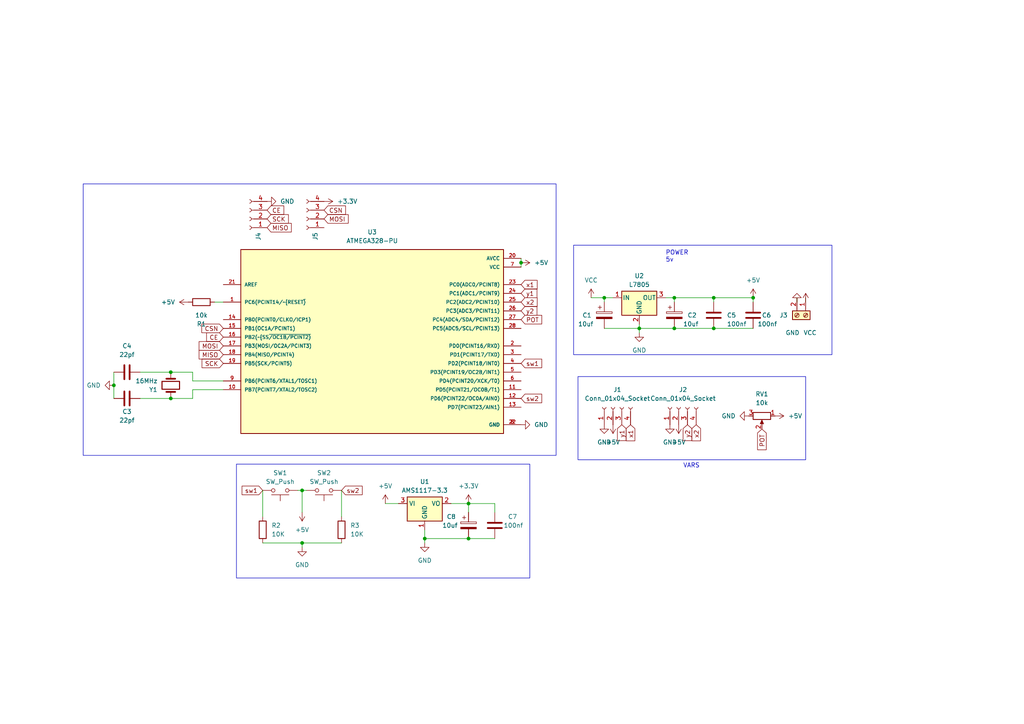
<source format=kicad_sch>
(kicad_sch (version 20230121) (generator eeschema)
  (paper "A4")
  (lib_symbols
    (symbol "ATMEGA328-PU:ATMEGA328-PU" (pin_names (offset 1.016))
      (property "Reference" "U" (at -38.1 26.289 0))
      (property "Value" "ATMEGA328-PU" (at -38.1 -30.48 0))
      (symbol "ATMEGA328-PU_0_0"
        (rectangle (start -38.1 -27.94) (end 38.1 25.4) (stroke (width 0.254)) (fill (type background)))
        (pin bidirectional line (at -43.18 10.16 0) (length 5.08) (name "PC6(PCINT14/~{RESET~{)}") (number "1"))
        (pin bidirectional line (at -43.18 -15.24 0) (length 5.08) (name "PB7(PCINT7/XTAL2/TOSC2)") (number "10"))
        (pin bidirectional line (at 43.18 -15.24 180) (length 5.08) (name "PD5(PCINT21/OC0B/T1)") (number "11"))
        (pin bidirectional line (at 43.18 -17.78 180) (length 5.08) (name "PD6(PCINT22/OC0A/AIN0)") (number "12"))
        (pin bidirectional line (at 43.18 -20.32 180) (length 5.08) (name "PD7(PCINT23/AIN1)") (number "13"))
        (pin bidirectional line (at -43.18 5.08 0) (length 5.08) (name "PB0(PCINT0/CLKO/ICP1)") (number "14"))
        (pin bidirectional line (at -43.18 2.54 0) (length 5.08) (name "PB1(OC1A/PCINT1)") (number "15"))
        (pin bidirectional line (at -43.18 0 0) (length 5.08) (name "PB2(~{SS~{/OC1B/PCINT2)}") (number "16"))
        (pin bidirectional line (at -43.18 -2.54 0) (length 5.08) (name "PB3(MOSI/OC2A/PCINT3)") (number "17"))
        (pin bidirectional line (at -43.18 -5.08 0) (length 5.08) (name "PB4(MISO/PCINT4)") (number "18"))
        (pin bidirectional line (at -43.18 -7.62 0) (length 5.08) (name "PB5(SCK/PCINT5)") (number "19"))
        (pin bidirectional line (at 43.18 -2.54 180) (length 5.08) (name "PD0(PCINT16/RXD)") (number "2"))
        (pin power_in line (at 43.18 22.86 180) (length 5.08) (name "AVCC") (number "20"))
        (pin input line (at -43.18 15.24 0) (length 5.08) (name "AREF") (number "21"))
        (pin power_in line (at 43.18 -25.4 180) (length 5.08) (name "GND") (number "22"))
        (pin bidirectional line (at 43.18 15.24 180) (length 5.08) (name "PC0(ADC0/PCINT8)") (number "23"))
        (pin bidirectional line (at 43.18 12.7 180) (length 5.08) (name "PC1(ADC1/PCINT9)") (number "24"))
        (pin bidirectional line (at 43.18 10.16 180) (length 5.08) (name "PC2(ADC2/PCINT10)") (number "25"))
        (pin bidirectional line (at 43.18 7.62 180) (length 5.08) (name "PC3(ADC3/PCINT11)") (number "26"))
        (pin bidirectional line (at 43.18 5.08 180) (length 5.08) (name "PC4(ADC4/SDA/PCINT12)") (number "27"))
        (pin bidirectional line (at 43.18 2.54 180) (length 5.08) (name "PC5(ADC5/SCL/PCINT13)") (number "28"))
        (pin bidirectional line (at 43.18 -5.08 180) (length 5.08) (name "PD1(PCINT17/TXD)") (number "3"))
        (pin bidirectional line (at 43.18 -7.62 180) (length 5.08) (name "PD2(PCINT18/INT0)") (number "4"))
        (pin bidirectional line (at 43.18 -10.16 180) (length 5.08) (name "PD3(PCINT19/OC2B/INT1)") (number "5"))
        (pin bidirectional line (at 43.18 -12.7 180) (length 5.08) (name "PD4(PCINT20/XCK/T0)") (number "6"))
        (pin power_in line (at 43.18 20.32 180) (length 5.08) (name "VCC") (number "7"))
        (pin power_in line (at 43.18 -25.4 180) (length 5.08) (name "GND") (number "8"))
        (pin bidirectional line (at -43.18 -12.7 0) (length 5.08) (name "PB6(PCINT6/XTAL1/TOSC1)") (number "9"))
      )
    )
    (symbol "Connector:Conn_01x04_Socket" (pin_names (offset 1.016) hide)
      (property "Reference" "J" (at 0 5.08 0))
      (property "Value" "Conn_01x04_Socket" (at 0 -7.62 0))
      (symbol "Conn_01x04_Socket_1_1"
        (arc (start 0 -4.572) (mid -0.5058 -5.08) (end 0 -5.588) (stroke (width 0.1524)))
        (arc (start 0 -2.032) (mid -0.5058 -2.54) (end 0 -3.048) (stroke (width 0.1524)))
        (polyline (pts (xy -1.27 -5.08) (xy -0.508 -5.08)) (stroke (width 0.1524)))
        (polyline (pts (xy -1.27 -2.54) (xy -0.508 -2.54)) (stroke (width 0.1524)))
        (polyline (pts (xy -1.27 0) (xy -0.508 0)) (stroke (width 0.1524)))
        (polyline (pts (xy -1.27 2.54) (xy -0.508 2.54)) (stroke (width 0.1524)))
        (arc (start 0 0.508) (mid -0.5058 0) (end 0 -0.508) (stroke (width 0.1524)))
        (arc (start 0 3.048) (mid -0.5058 2.54) (end 0 2.032) (stroke (width 0.1524)))
        (pin passive line (at -5.08 2.54 0) (length 3.81) (name "Pin_1") (number "1"))
        (pin passive line (at -5.08 0 0) (length 3.81) (name "Pin_2") (number "2"))
        (pin passive line (at -5.08 -2.54 0) (length 3.81) (name "Pin_3") (number "3"))
        (pin passive line (at -5.08 -5.08 0) (length 3.81) (name "Pin_4") (number "4"))
      )
    )
    (symbol "Connector:Screw_Terminal_01x02" (pin_names (offset 1.016) hide)
      (property "Reference" "J" (at 0 2.54 0))
      (property "Value" "Screw_Terminal_01x02" (at 0 -5.08 0))
      (symbol "Screw_Terminal_01x02_1_1"
        (rectangle (start -1.27 1.27) (end 1.27 -3.81) (stroke (width 0.254)) (fill (type background)))
        (circle (center 0 -2.54) (radius 0.635) (stroke (width 0.1524)))
        (polyline (pts (xy -0.5334 -2.2098) (xy 0.3302 -3.048)) (stroke (width 0.1524)))
        (polyline (pts (xy -0.5334 0.3302) (xy 0.3302 -0.508)) (stroke (width 0.1524)))
        (polyline (pts (xy -0.3556 -2.032) (xy 0.508 -2.8702)) (stroke (width 0.1524)))
        (polyline (pts (xy -0.3556 0.508) (xy 0.508 -0.3302)) (stroke (width 0.1524)))
        (circle (center 0 0) (radius 0.635) (stroke (width 0.1524)))
        (pin passive line (at -5.08 0 0) (length 3.81) (name "Pin_1") (number "1"))
        (pin passive line (at -5.08 -2.54 0) (length 3.81) (name "Pin_2") (number "2"))
      )
    )
    (symbol "Device:C" (pin_numbers hide) (pin_names (offset 0.254))
      (property "Reference" "C" (at 0.635 2.54 0))
      (property "Value" "C" (at 0.635 -2.54 0))
      (symbol "C_0_1"
        (polyline (pts (xy -2.032 -0.762) (xy 2.032 -0.762)) (stroke (width 0.508)))
        (polyline (pts (xy -2.032 0.762) (xy 2.032 0.762)) (stroke (width 0.508)))
      )
      (symbol "C_1_1"
        (pin passive line (at 0 3.81 270) (length 2.794) (name "~") (number "1"))
        (pin passive line (at 0 -3.81 90) (length 2.794) (name "~") (number "2"))
      )
    )
    (symbol "Device:C_Polarized" (pin_numbers hide) (pin_names (offset 0.254))
      (property "Reference" "C" (at 0.635 2.54 0))
      (property "Value" "C_Polarized" (at 0.635 -2.54 0))
      (symbol "C_Polarized_0_1"
        (rectangle (start -2.286 0.508) (end 2.286 1.016))
        (polyline (pts (xy -1.778 2.286) (xy -0.762 2.286)))
        (polyline (pts (xy -1.27 2.794) (xy -1.27 1.778)))
        (rectangle (start 2.286 -0.508) (end -2.286 -1.016) (fill (type outline)))
      )
      (symbol "C_Polarized_1_1"
        (pin passive line (at 0 3.81 270) (length 2.794) (name "~") (number "1"))
        (pin passive line (at 0 -3.81 90) (length 2.794) (name "~") (number "2"))
      )
    )
    (symbol "Device:Crystal" (pin_numbers hide) (pin_names (offset 1.016) hide)
      (property "Reference" "Y" (at 0 3.81 0))
      (property "Value" "Crystal" (at 0 -3.81 0))
      (symbol "Crystal_0_1"
        (rectangle (start -1.143 2.54) (end 1.143 -2.54) (stroke (width 0.3048)))
        (polyline (pts (xy -2.54 0) (xy -1.905 0)))
        (polyline (pts (xy -1.905 -1.27) (xy -1.905 1.27)) (stroke (width 0.508)))
        (polyline (pts (xy 1.905 -1.27) (xy 1.905 1.27)) (stroke (width 0.508)))
        (polyline (pts (xy 2.54 0) (xy 1.905 0)))
      )
      (symbol "Crystal_1_1"
        (pin passive line (at -3.81 0 0) (length 1.27) (name "1") (number "1"))
        (pin passive line (at 3.81 0 180) (length 1.27) (name "2") (number "2"))
      )
    )
    (symbol "Device:R" (pin_numbers hide) (pin_names (offset 0))
      (property "Reference" "R" (at 2.032 0 90))
      (property "Value" "R" (at 0 0 90))
      (symbol "R_0_1"
        (rectangle (start -1.016 -2.54) (end 1.016 2.54) (stroke (width 0.254)))
      )
      (symbol "R_1_1"
        (pin passive line (at 0 3.81 270) (length 1.27) (name "~") (number "1"))
        (pin passive line (at 0 -3.81 90) (length 1.27) (name "~") (number "2"))
      )
    )
    (symbol "Device:R_Potentiometer" (pin_names (offset 1.016) hide)
      (property "Reference" "RV" (at -4.445 0 90))
      (property "Value" "R_Potentiometer" (at -2.54 0 90))
      (symbol "R_Potentiometer_0_1"
        (polyline (pts (xy 2.54 0) (xy 1.524 0)))
        (polyline (pts (xy 1.143 0) (xy 2.286 0.508) (xy 2.286 -0.508) (xy 1.143 0)) (fill (type outline)))
        (rectangle (start 1.016 2.54) (end -1.016 -2.54) (stroke (width 0.254)))
      )
      (symbol "R_Potentiometer_1_1"
        (pin passive line (at 0 3.81 270) (length 1.27) (name "1") (number "1"))
        (pin passive line (at 3.81 0 180) (length 1.27) (name "2") (number "2"))
        (pin passive line (at 0 -3.81 90) (length 1.27) (name "3") (number "3"))
      )
    )
    (symbol "Regulator_Linear:AMS1117-3.3"
      (property "Reference" "U" (at -3.81 3.175 0))
      (property "Value" "AMS1117-3.3" (at 0 3.175 0))
      (symbol "AMS1117-3.3_0_1"
        (rectangle (start -5.08 -5.08) (end 5.08 1.905) (stroke (width 0.254)) (fill (type background)))
      )
      (symbol "AMS1117-3.3_1_1"
        (pin power_in line (at 0 -7.62 90) (length 2.54) (name "GND") (number "1"))
        (pin power_out line (at 7.62 0 180) (length 2.54) (name "VO") (number "2"))
        (pin power_in line (at -7.62 0 0) (length 2.54) (name "VI") (number "3"))
      )
    )
    (symbol "Regulator_Linear:L7805" (pin_names (offset 0.254))
      (property "Reference" "U" (at -3.81 3.175 0))
      (property "Value" "L7805" (at 0 3.175 0))
      (symbol "L7805_0_1"
        (rectangle (start -5.08 1.905) (end 5.08 -5.08) (stroke (width 0.254)) (fill (type background)))
      )
      (symbol "L7805_1_1"
        (pin power_in line (at -7.62 0 0) (length 2.54) (name "IN") (number "1"))
        (pin power_in line (at 0 -7.62 90) (length 2.54) (name "GND") (number "2"))
        (pin power_out line (at 7.62 0 180) (length 2.54) (name "OUT") (number "3"))
      )
    )
    (symbol "Switch:SW_Push" (pin_numbers hide) (pin_names (offset 1.016) hide)
      (property "Reference" "SW" (at 1.27 2.54 0))
      (property "Value" "SW_Push" (at 0 -1.524 0))
      (symbol "SW_Push_0_1"
        (circle (center -2.032 0) (radius 0.508))
        (polyline (pts (xy 0 1.27) (xy 0 3.048)))
        (polyline (pts (xy 2.54 1.27) (xy -2.54 1.27)))
        (circle (center 2.032 0) (radius 0.508))
        (pin passive line (at -5.08 0 0) (length 2.54) (name "1") (number "1"))
        (pin passive line (at 5.08 0 180) (length 2.54) (name "2") (number "2"))
      )
    )
    (symbol "power:+3.3V" (power) (pin_names (offset 0))
      (property "Value" "+3.3V" (at 0 3.556 0))
      (symbol "+3.3V_0_1"
        (polyline (pts (xy -0.762 1.27) (xy 0 2.54)))
        (polyline (pts (xy 0 0) (xy 0 2.54)))
        (polyline (pts (xy 0 2.54) (xy 0.762 1.27)))
      )
      (symbol "+3.3V_1_1"
        (pin power_in line (at 0 0 90) (length 0) hide (name "+3.3V") (number "1"))
      )
    )
    (symbol "power:+5V" (power) (pin_names (offset 0))
      (property "Value" "+5V" (at 0 3.556 0))
      (symbol "+5V_0_1"
        (polyline (pts (xy -0.762 1.27) (xy 0 2.54)))
        (polyline (pts (xy 0 0) (xy 0 2.54)))
        (polyline (pts (xy 0 2.54) (xy 0.762 1.27)))
      )
      (symbol "+5V_1_1"
        (pin power_in line (at 0 0 90) (length 0) hide (name "+5V") (number "1"))
      )
    )
    (symbol "power:GND" (power) (pin_names (offset 0))
      (property "Value" "GND" (at 0 -3.81 0))
      (symbol "GND_0_1"
        (polyline (pts (xy 0 0) (xy 0 -1.27) (xy 1.27 -1.27) (xy 0 -2.54) (xy -1.27 -1.27) (xy 0 -1.27)))
      )
      (symbol "GND_1_1"
        (pin power_in line (at 0 0 270) (length 0) hide (name "GND") (number "1"))
      )
    )
    (symbol "power:VCC" (power) (pin_names (offset 0))
      (property "Value" "VCC" (at 0 3.81 0))
      (symbol "VCC_0_1"
        (polyline (pts (xy -0.762 1.27) (xy 0 2.54)))
        (polyline (pts (xy 0 0) (xy 0 2.54)))
        (polyline (pts (xy 0 2.54) (xy 0.762 1.27)))
      )
      (symbol "VCC_1_1"
        (pin power_in line (at 0 0 90) (length 0) hide (name "VCC") (number "1"))
      )
    )
  )
  (junction (at 49.53 107.95))
  (junction (at 151.13 76.2))
  (junction (at 218.44 86.36))
  (junction (at 87.63 142.24))
  (junction (at 175.26 86.36))
  (junction (at 195.58 95.25))
  (junction (at 87.63 157.48))
  (junction (at 135.89 156.21))
  (junction (at 207.01 95.25))
  (junction (at 135.89 146.05))
  (junction (at 207.01 86.36))
  (junction (at 33.02 111.76))
  (junction (at 195.58 86.36))
  (junction (at 185.42 95.25))
  (junction (at 49.53 115.57))
  (junction (at 123.19 156.21))
  (wire (pts (xy 111.76 146.05) (xy 115.57 146.05)))
  (wire (pts (xy 87.63 142.24) (xy 87.63 148.59)))
  (wire (pts (xy 218.44 86.36) (xy 218.44 87.63)))
  (wire (pts (xy 185.42 95.25) (xy 195.58 95.25)))
  (wire (pts (xy 185.42 93.98) (xy 185.42 95.25)))
  (wire (pts (xy 195.58 86.36) (xy 195.58 87.63)))
  (wire (pts (xy 99.06 142.24) (xy 99.06 149.86)))
  (wire (pts (xy 130.81 146.05) (xy 135.89 146.05)))
  (wire (pts (xy 64.77 87.63) (xy 62.23 87.63)))
  (wire (pts (xy 123.19 156.21) (xy 123.19 157.48)))
  (wire (pts (xy 86.36 142.24) (xy 87.63 142.24)))
  (wire (pts (xy 64.77 113.03) (xy 55.88 113.03)))
  (wire (pts (xy 64.77 110.49) (xy 55.88 110.49)))
  (wire (pts (xy 207.01 86.36) (xy 218.44 86.36)))
  (wire (pts (xy 76.2 142.24) (xy 76.2 149.86)))
  (wire (pts (xy 135.89 146.05) (xy 143.51 146.05)))
  (wire (pts (xy 193.04 86.36) (xy 195.58 86.36)))
  (wire (pts (xy 195.58 86.36) (xy 207.01 86.36)))
  (wire (pts (xy 207.01 95.25) (xy 218.44 95.25)))
  (wire (pts (xy 55.88 110.49) (xy 55.88 107.95)))
  (wire (pts (xy 177.8 86.36) (xy 175.26 86.36)))
  (wire (pts (xy 33.02 111.76) (xy 33.02 107.95)))
  (wire (pts (xy 76.2 157.48) (xy 87.63 157.48)))
  (wire (pts (xy 185.42 95.25) (xy 185.42 96.52)))
  (wire (pts (xy 49.53 115.57) (xy 40.64 115.57)))
  (wire (pts (xy 123.19 153.67) (xy 123.19 156.21)))
  (wire (pts (xy 143.51 146.05) (xy 143.51 148.59)))
  (wire (pts (xy 87.63 157.48) (xy 99.06 157.48)))
  (wire (pts (xy 175.26 95.25) (xy 185.42 95.25)))
  (wire (pts (xy 33.02 115.57) (xy 33.02 111.76)))
  (wire (pts (xy 123.19 156.21) (xy 135.89 156.21)))
  (wire (pts (xy 175.26 86.36) (xy 175.26 87.63)))
  (wire (pts (xy 135.89 156.21) (xy 143.51 156.21)))
  (wire (pts (xy 233.68 86.36) (xy 233.68 87.63)))
  (wire (pts (xy 151.13 76.2) (xy 151.13 77.47)))
  (wire (pts (xy 55.88 115.57) (xy 49.53 115.57)))
  (wire (pts (xy 55.88 113.03) (xy 55.88 115.57)))
  (wire (pts (xy 87.63 142.24) (xy 88.9 142.24)))
  (wire (pts (xy 87.63 157.48) (xy 87.63 158.75)))
  (wire (pts (xy 207.01 86.36) (xy 207.01 87.63)))
  (wire (pts (xy 135.89 146.05) (xy 135.89 148.59)))
  (wire (pts (xy 151.13 74.93) (xy 151.13 76.2)))
  (wire (pts (xy 171.45 86.36) (xy 175.26 86.36)))
  (wire (pts (xy 55.88 107.95) (xy 49.53 107.95)))
  (wire (pts (xy 195.58 95.25) (xy 207.01 95.25)))
  (wire (pts (xy 49.53 107.95) (xy 40.64 107.95)))
  (wire (pts (xy 231.14 86.36) (xy 231.14 87.63)))
  (rectangle (start 167.64 109.22) (end 233.68 133.35))
  (rectangle (start 68.58 134.62) (end 153.67 167.64))
  (rectangle (start 24.13 53.34) (end 161.29 132.08))
  (rectangle (start 166.37 71.12) (end 241.3 102.87))
  (text "VARS\n" (at 198.12 135.89 0) (effects (font (size 1.27 1.27)) (justify left bottom)))
  (text "POWER\n5v\n" (at 193.04 76.2 0) (effects (font (size 1.27 1.27)) (justify left bottom)))
  (global_label "sw1" (shape input) (at 76.2 142.24 180) (property "Intersheetrefs" "${INTERSHEET_REFS}" (effects hide)))
  (global_label "x2" (shape input) (at 151.13 87.63 0) (property "Intersheetrefs" "${INTERSHEET_REFS}" (effects hide)))
  (global_label "SCK" (shape input) (at 64.77 105.41 180) (property "Intersheetrefs" "${INTERSHEET_REFS}" (effects hide)))
  (global_label "CE" (shape input) (at 64.77 97.79 180) (property "Intersheetrefs" "${INTERSHEET_REFS}" (effects hide)))
  (global_label "y1" (shape input) (at 180.34 123.19 270) (property "Intersheetrefs" "${INTERSHEET_REFS}" (effects hide)))
  (global_label "x1" (shape input) (at 151.13 82.55 0) (property "Intersheetrefs" "${INTERSHEET_REFS}" (effects hide)))
  (global_label "SCK" (shape input) (at 77.47 63.5 0) (property "Intersheetrefs" "${INTERSHEET_REFS}" (effects hide)))
  (global_label "MOSI" (shape input) (at 64.77 100.33 180) (property "Intersheetrefs" "${INTERSHEET_REFS}" (effects hide)))
  (global_label "x1" (shape input) (at 182.88 123.19 270) (property "Intersheetrefs" "${INTERSHEET_REFS}" (effects hide)))
  (global_label "CSN" (shape input) (at 64.77 95.25 180) (property "Intersheetrefs" "${INTERSHEET_REFS}" (effects hide)))
  (global_label "MISO" (shape input) (at 77.47 66.04 0) (property "Intersheetrefs" "${INTERSHEET_REFS}" (effects hide)))
  (global_label "sw2" (shape input) (at 151.13 115.57 0) (property "Intersheetrefs" "${INTERSHEET_REFS}" (effects hide)))
  (global_label "x2" (shape input) (at 201.93 123.19 270) (property "Intersheetrefs" "${INTERSHEET_REFS}" (effects hide)))
  (global_label "y2" (shape input) (at 199.39 123.19 270) (property "Intersheetrefs" "${INTERSHEET_REFS}" (effects hide)))
  (global_label "CSN" (shape input) (at 93.98 60.96 0) (property "Intersheetrefs" "${INTERSHEET_REFS}" (effects hide)))
  (global_label "sw1" (shape input) (at 151.13 105.41 0) (property "Intersheetrefs" "${INTERSHEET_REFS}" (effects hide)))
  (global_label "POT" (shape input) (at 220.98 124.46 270) (property "Intersheetrefs" "${INTERSHEET_REFS}" (effects hide)))
  (global_label "POT" (shape input) (at 151.13 92.71 0) (property "Intersheetrefs" "${INTERSHEET_REFS}" (effects hide)))
  (global_label "MISO" (shape input) (at 64.77 102.87 180) (property "Intersheetrefs" "${INTERSHEET_REFS}" (effects hide)))
  (global_label "CE" (shape input) (at 77.47 60.96 0) (property "Intersheetrefs" "${INTERSHEET_REFS}" (effects hide)))
  (global_label "sw2" (shape input) (at 99.06 142.24 0) (property "Intersheetrefs" "${INTERSHEET_REFS}" (effects hide)))
  (global_label "MOSI" (shape input) (at 93.98 63.5 0) (property "Intersheetrefs" "${INTERSHEET_REFS}" (effects hide)))
  (global_label "y2" (shape input) (at 151.13 90.17 0) (property "Intersheetrefs" "${INTERSHEET_REFS}" (effects hide)))
  (global_label "y1" (shape input) (at 151.13 85.09 0) (property "Intersheetrefs" "${INTERSHEET_REFS}" (effects hide)))
  (symbol (lib_id "Connector:Conn_01x04_Socket") (at 196.85 118.11 90) (unit 1)
    (property "Reference" "J2" (at 198.12 113.03 90))
    (property "Value" "Conn_01x04_Socket" (at 198.12 115.57 90))
    (property "Footprint" "Connector_PinSocket_2.54mm:PinSocket_1x04_P2.54mm_Vertical" (effects hide))
  )
  (symbol (lib_id "power:+3.3V") (at 93.98 58.42 270) (unit 1)
    (property "Reference" "#PWR022" (effects hide))
    (property "Value" "+3.3V" (at 97.79 58.42 90) (effects (justify left)))
  )
  (symbol (lib_id "Device:R") (at 76.2 153.67 0) (unit 1)
    (property "Reference" "R2" (at 78.74 152.4 0) (effects (justify left)))
    (property "Value" "10K" (at 78.74 154.94 0) (effects (justify left)))
    (property "Footprint" "Resistor_THT:R_Axial_DIN0207_L6.3mm_D2.5mm_P10.16mm_Horizontal" (effects hide))
  )
  (symbol (lib_id "power:GND") (at 194.31 123.19 0) (unit 1)
    (property "Reference" "#PWR010" (effects hide))
    (property "Value" "GND" (at 194.31 128.27 0))
  )
  (symbol (lib_id "Device:C_Polarized") (at 195.58 91.44 0) (unit 1)
    (property "Reference" "C2" (at 199.39 91.44 0) (effects (justify left)))
    (property "Value" "10uf" (at 198.12 93.98 0) (effects (justify left)))
    (property "Footprint" "Capacitor_THT:C_Disc_D3.4mm_W2.1mm_P2.50mm" (effects hide))
  )
  (symbol (lib_id "Device:C") (at 36.83 115.57 90) (unit 1)
    (property "Reference" "C3" (at 36.83 119.38 90))
    (property "Value" "22pf" (at 36.83 121.92 90))
    (property "Footprint" "Capacitor_THT:C_Disc_D3.4mm_W2.1mm_P2.50mm" (effects hide))
  )
  (symbol (lib_id "Regulator_Linear:L7805") (at 185.42 86.36 0) (unit 1)
    (property "Reference" "U2" (at 185.42 80.01 0))
    (property "Value" "L7805" (at 185.42 82.55 0))
    (property "Footprint" "Converter_DCDC:Converter_DCDC_TRACO_TSR-1_THT" (effects hide))
    (property "Datasheet" "http://www.st.com/content/ccc/resource/technical/document/datasheet/41/4f/b3/b0/12/d4/47/88/CD00000444.pdf/files/CD00000444.pdf/jcr:content/translations/en.CD00000444.pdf" (effects hide))
  )
  (symbol (lib_id "power:+5V") (at 87.63 148.59 180) (unit 1)
    (property "Reference" "#PWR019" (effects hide))
    (property "Value" "+5V" (at 87.63 153.67 0))
  )
  (symbol (lib_id "power:+5V") (at 224.79 120.65 270) (unit 1)
    (property "Reference" "#PWR013" (effects hide))
    (property "Value" "+5V" (at 228.6 120.65 90) (effects (justify left)))
  )
  (symbol (lib_id "power:+5V") (at 218.44 86.36 0) (unit 1)
    (property "Reference" "#PWR03" (effects hide))
    (property "Value" "+5V" (at 218.44 81.28 0))
  )
  (symbol (lib_id "power:+5V") (at 196.85 123.19 180) (unit 1)
    (property "Reference" "#PWR011" (effects hide))
    (property "Value" "+5V" (at 196.85 128.27 0))
  )
  (symbol (lib_id "Connector:Screw_Terminal_01x02") (at 233.68 91.44 270) (unit 1)
    (property "Reference" "J3" (at 226.06 91.44 90) (effects (justify left)))
    (property "Value" "Screw_Terminal_01x02" (effects hide))
    (property "Footprint" "TerminalBlock:TerminalBlock_bornier-2_P5.08mm" (effects hide))
  )
  (symbol (lib_id "power:VCC") (at 171.45 86.36 0) (unit 1)
    (property "Reference" "#PWR02" (effects hide))
    (property "Value" "VCC" (at 171.45 81.28 0))
  )
  (symbol (lib_id "power:VCC") (at 233.68 87.63 0) (unit 1)
    (property "Reference" "#PWR016" (effects hide))
    (property "Value" "VCC" (at 234.95 96.52 0))
  )
  (symbol (lib_id "Device:R") (at 99.06 153.67 0) (unit 1)
    (property "Reference" "R3" (at 101.6 152.4 0) (effects (justify left)))
    (property "Value" "10K" (at 101.6 154.94 0) (effects (justify left)))
    (property "Footprint" "Resistor_THT:R_Axial_DIN0207_L6.3mm_D2.5mm_P10.16mm_Horizontal" (effects hide))
  )
  (symbol (lib_id "power:GND") (at 33.02 111.76 270) (unit 1)
    (property "Reference" "#PWR06" (effects hide))
    (property "Value" "GND" (at 29.21 111.76 90) (effects (justify right)))
  )
  (symbol (lib_id "Connector:Conn_01x04_Socket") (at 72.39 63.5 180) (unit 1)
    (property "Reference" "J4" (at 74.93 68.58 90))
    (property "Value" "Conn_01x04_Socket" (effects hide))
    (property "Footprint" "Connector_PinSocket_2.54mm:PinSocket_1x04_P2.54mm_Vertical" (effects hide))
  )
  (symbol (lib_id "Switch:SW_Push") (at 93.98 142.24 180) (unit 1)
    (property "Reference" "SW2" (at 93.98 137.16 0))
    (property "Value" "SW_Push" (at 93.98 139.7 0))
    (property "Footprint" "Button_Switch_THT:SW_PUSH-12mm" (effects hide))
  )
  (symbol (lib_id "power:GND") (at 217.17 120.65 270) (unit 1)
    (property "Reference" "#PWR012" (effects hide))
    (property "Value" "GND" (at 213.36 120.65 90) (effects (justify right)))
  )
  (symbol (lib_id "power:GND") (at 87.63 158.75 0) (unit 1)
    (property "Reference" "#PWR020" (effects hide))
    (property "Value" "GND" (at 87.63 163.83 0))
  )
  (symbol (lib_id "Device:C") (at 207.01 91.44 0) (unit 1)
    (property "Reference" "C5" (at 210.82 91.44 0) (effects (justify left)))
    (property "Value" "100nf" (at 210.82 93.98 0) (effects (justify left)))
    (property "Footprint" "Capacitor_THT:C_Disc_D3.4mm_W2.1mm_P2.50mm" (effects hide))
  )
  (symbol (lib_id "Regulator_Linear:AMS1117-3.3") (at 123.19 146.05 0) (unit 1)
    (property "Reference" "U1" (at 123.19 139.7 0))
    (property "Value" "AMS1117-3.3" (at 123.19 142.24 0))
    (property "Footprint" "Package_TO_SOT_SMD:SOT-223-3_TabPin2" (effects hide))
    (property "Datasheet" "http://www.advanced-monolithic.com/pdf/ds1117.pdf" (effects hide))
  )
  (symbol (lib_id "Connector:Conn_01x04_Socket") (at 88.9 63.5 180) (unit 1)
    (property "Reference" "J5" (at 91.44 68.58 90))
    (property "Value" "Conn_01x04_Socket" (effects hide))
    (property "Footprint" "Connector_PinSocket_2.54mm:PinSocket_1x04_P2.54mm_Vertical" (effects hide))
  )
  (symbol (lib_id "power:GND") (at 175.26 123.19 0) (unit 1)
    (property "Reference" "#PWR08" (effects hide))
    (property "Value" "GND" (at 175.26 128.27 0))
  )
  (symbol (lib_id "power:+5V") (at 177.8 123.19 180) (unit 1)
    (property "Reference" "#PWR09" (effects hide))
    (property "Value" "+5V" (at 177.8 128.27 0))
  )
  (symbol (lib_id "Device:Crystal") (at 49.53 111.76 270) (unit 1)
    (property "Reference" "Y1" (at 45.72 113.03 90) (effects (justify right)))
    (property "Value" "16MHz" (at 45.72 110.49 90) (effects (justify right)))
    (property "Footprint" "Crystal:Resonator-2Pin_W6.0mm_H3.0mm" (effects hide))
  )
  (symbol (lib_id "Device:R") (at 58.42 87.63 270) (unit 1)
    (property "Reference" "R1" (at 58.42 93.98 90))
    (property "Value" "10k" (at 58.42 91.44 90))
    (property "Footprint" "Resistor_THT:R_Axial_DIN0207_L6.3mm_D2.5mm_P10.16mm_Horizontal" (effects hide))
  )
  (symbol (lib_id "Device:C_Polarized") (at 135.89 152.4 0) (unit 1)
    (property "Reference" "C8" (at 129.54 149.86 0) (effects (justify left)))
    (property "Value" "10uf" (at 128.27 152.4 0) (effects (justify left)))
    (property "Footprint" "Capacitor_THT:C_Disc_D3.4mm_W2.1mm_P2.50mm" (effects hide))
  )
  (symbol (lib_id "power:GND") (at 231.14 87.63 180) (unit 1)
    (property "Reference" "#PWR017" (effects hide))
    (property "Value" "GND" (at 229.87 96.52 0))
  )
  (symbol (lib_id "Device:C") (at 218.44 91.44 0) (unit 1)
    (property "Reference" "C6" (at 220.98 91.44 0) (effects (justify left)))
    (property "Value" "100nf" (at 219.71 93.98 0) (effects (justify left)))
    (property "Footprint" "Capacitor_THT:C_Disc_D3.4mm_W2.1mm_P2.50mm" (effects hide))
  )
  (symbol (lib_id "power:+5V") (at 54.61 87.63 90) (unit 1)
    (property "Reference" "#PWR07" (effects hide))
    (property "Value" "+5V" (at 50.8 87.63 90) (effects (justify left)))
  )
  (symbol (lib_id "Device:R_Potentiometer") (at 220.98 120.65 270) (unit 1)
    (property "Reference" "RV1" (at 220.98 114.3 90))
    (property "Value" "10k" (at 220.98 116.84 90))
    (property "Footprint" "Potentiometer_THT:Potentiometer_Omeg_PC16BU_Vertical" (effects hide))
  )
  (symbol (lib_id "Device:C") (at 36.83 107.95 270) (unit 1)
    (property "Reference" "C4" (at 36.83 100.33 90))
    (property "Value" "22pf" (at 36.83 102.87 90))
    (property "Footprint" "Capacitor_THT:C_Disc_D3.4mm_W2.1mm_P2.50mm" (effects hide))
  )
  (symbol (lib_id "Connector:Conn_01x04_Socket") (at 177.8 118.11 90) (unit 1)
    (property "Reference" "J1" (at 179.07 113.03 90))
    (property "Value" "Conn_01x04_Socket" (at 179.07 115.57 90))
    (property "Footprint" "Connector_PinSocket_2.54mm:PinSocket_1x04_P2.54mm_Vertical" (effects hide))
  )
  (symbol (lib_id "ATMEGA328-PU:ATMEGA328-PU") (at 107.95 97.79 0) (unit 1)
    (property "Reference" "U3" (at 107.95 67.31 0))
    (property "Value" "ATMEGA328-PU" (at 107.95 69.85 0))
    (property "Footprint" "ATMEGA328-PU:DIP787W46P254L3467H508Q28" (effects hide))
    (property "PARTREV" "B" (effects hide))
    (property "STANDARD" "IPC 7351B" (effects hide))
    (property "MAXIMUM_PACKAGE_HEIGHT" "5.08 mm" (effects hide))
    (property "MANUFACTURER" "Microchip Technology" (effects hide))
  )
  (symbol (lib_id "Device:C") (at 143.51 152.4 0) (unit 1)
    (property "Reference" "C7" (at 147.32 149.86 0) (effects (justify left)))
    (property "Value" "100nf" (at 146.05 152.4 0) (effects (justify left)))
    (property "Footprint" "Capacitor_THT:C_Disc_D3.4mm_W2.1mm_P2.50mm" (effects hide))
  )
  (symbol (lib_id "power:+5V") (at 111.76 146.05 0) (unit 1)
    (property "Reference" "#PWR014" (effects hide))
    (property "Value" "+5V" (at 111.76 140.97 0))
  )
  (symbol (lib_id "power:GND") (at 151.13 123.19 90) (unit 1)
    (property "Reference" "#PWR04" (effects hide))
    (property "Value" "GND" (at 154.94 123.19 90) (effects (justify right)))
  )
  (symbol (lib_id "power:GND") (at 77.47 58.42 90) (unit 1)
    (property "Reference" "#PWR021" (effects hide))
    (property "Value" "GND" (at 81.28 58.42 90) (effects (justify right)))
  )
  (symbol (lib_id "power:GND") (at 185.42 96.52 0) (unit 1)
    (property "Reference" "#PWR01" (effects hide))
    (property "Value" "GND" (at 185.42 101.6 0))
  )
  (symbol (lib_id "Switch:SW_Push") (at 81.28 142.24 180) (unit 1)
    (property "Reference" "SW1" (at 81.28 137.16 0))
    (property "Value" "SW_Push" (at 81.28 139.7 0))
    (property "Footprint" "Button_Switch_THT:SW_PUSH-12mm" (effects hide))
  )
  (symbol (lib_id "power:+5V") (at 151.13 76.2 270) (unit 1)
    (property "Reference" "#PWR05" (effects hide))
    (property "Value" "+5V" (at 154.94 76.2 90) (effects (justify left)))
  )
  (symbol (lib_id "power:GND") (at 123.19 157.48 0) (unit 1)
    (property "Reference" "#PWR018" (effects hide))
    (property "Value" "GND" (at 123.19 162.56 0))
  )
  (symbol (lib_id "power:+3.3V") (at 135.89 146.05 0) (unit 1)
    (property "Reference" "#PWR015" (effects hide))
    (property "Value" "+3.3V" (at 135.89 140.97 0))
  )
  (symbol (lib_id "Device:C_Polarized") (at 175.26 91.44 0) (unit 1)
    (property "Reference" "C1" (at 168.91 91.44 0) (effects (justify left)))
    (property "Value" "10uf" (at 167.64 93.98 0) (effects (justify left)))
    (property "Footprint" "Capacitor_THT:C_Disc_D3.4mm_W2.1mm_P2.50mm" (effects hide))
  )
)
</source>
